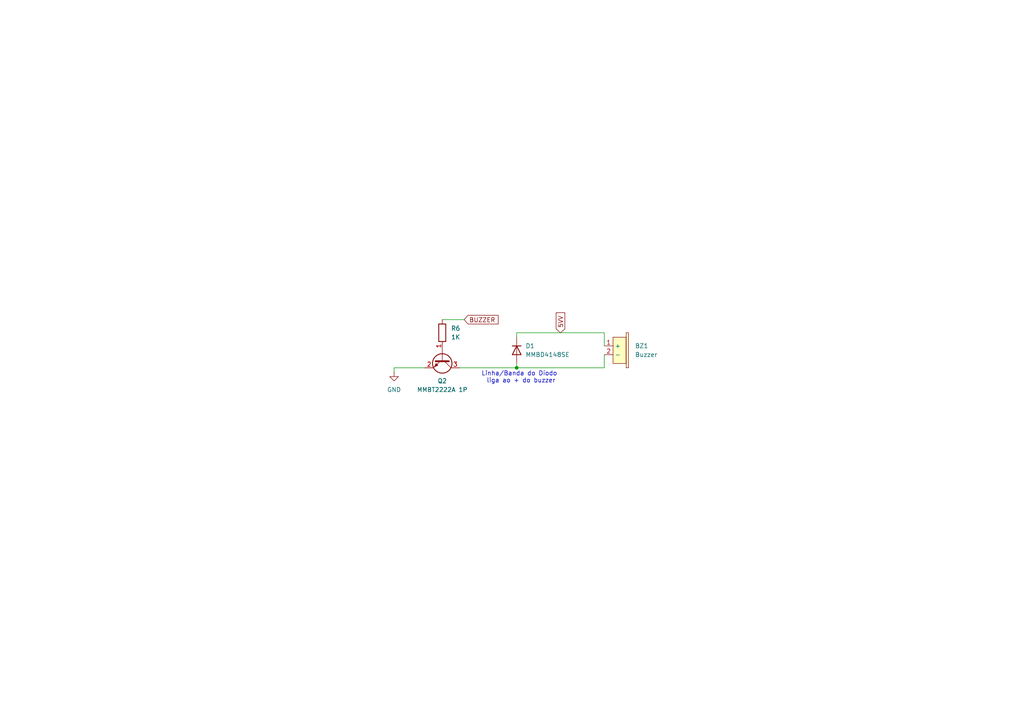
<source format=kicad_sch>
(kicad_sch (version 20250114) (generator "eeschema") (generator_version "9.0")
  (paper "A4")
  (lib_symbols
    (symbol "Device:R" (pin_numbers (hide yes)) (pin_names (offset 0))
      (property "Reference" "R" (at 2.032 0 90))
      (property "Value" "R" (at 0 0 90))
      (symbol "R_0_1"
        (rectangle (start -1.016 -2.54) (end 1.016 2.54) (stroke (width 0.254)))
      )
      (symbol "R_1_1"
        (pin passive line (at 0 3.81 270) (length 1.27) (name "~") (number "1"))
        (pin passive line (at 0 -3.81 90) (length 1.27) (name "~") (number "2"))
      )
    )
    (symbol "Diode:1N4148" (pin_numbers (hide yes)) (pin_names (hide yes))
      (property "Reference" "D" (at 0 2.54 0))
      (property "Value" "1N4148" (at 0 -2.54 0))
      (symbol "1N4148_0_1"
        (polyline (pts (xy -1.27 1.27) (xy -1.27 -1.27)) (stroke (width 0.254)))
        (polyline (pts (xy 1.27 1.27) (xy 1.27 -1.27) (xy -1.27 0) (xy 1.27 1.27)) (stroke (width 0.254)))
        (polyline (pts (xy 1.27 0) (xy -1.27 0)))
      )
      (symbol "1N4148_1_1"
        (pin passive line (at -3.81 0 0) (length 2.54) (name "K") (number "1"))
        (pin passive line (at 3.81 0 180) (length 2.54) (name "A") (number "2"))
      )
    )
    (symbol "PCM_SparkFun-DiscreteSemi:Q_NPN_1A_40V" (pin_names (offset 0) (hide yes))
      (property "Reference" "Q" (at 5.08 1.27 0))
      (property "Value" "MMBT2222A" (at 5.08 -1.27 0))
      (symbol "Q_NPN_1A_40V_0_1"
        (polyline (pts (xy 0.635 1.905) (xy 0.635 -1.905) (xy 0.635 -1.905)) (stroke (width 0.508)))
        (polyline (pts (xy 0.635 0.635) (xy 2.54 2.54)))
        (polyline (pts (xy 0.635 -0.635) (xy 2.54 -2.54) (xy 2.54 -2.54)))
        (polyline (pts (xy 1.27 -1.778) (xy 1.778 -1.27) (xy 2.286 -2.286) (xy 1.27 -1.778) (xy 1.27 -1.778)) (fill (type outline)))
      )
      (symbol "Q_NPN_1A_40V_1_1"
        (polyline (pts (xy -3.81 0) (xy 0.635 0)))
        (circle (center 1.27 0) (radius 2.8194) (stroke (width 0.254)))
        (pin input line (at -3.81 0 0) (length 0) (name "B") (number "1"))
        (pin passive line (at 2.54 5.08 270) (length 2.54) (name "C") (number "3"))
        (pin passive line (at 2.54 -5.08 90) (length 2.54) (name "E") (number "2"))
      )
    )
    (symbol "PCM_SparkFun-Electromechanical:Buzzer_9mm_SMD"
      (property "Reference" "BZ" (at 0 5.08 0))
      (property "Value" "Buzzer" (at 1.27 -6.35 0))
      (symbol "Buzzer_9mm_SMD_1_1"
        (polyline (pts (xy -1.27 3.81) (xy -1.27 -3.81) (xy 2.54 -3.81) (xy 2.54 3.81) (xy -1.27 3.81)) (fill (type background)))
        (rectangle (start 3.219 5.08) (end 2.54 -5.08) (fill (type background)))
        (pin input line (at -3.81 1.27 0) (length 2.54) (name "+") (number "1"))
        (pin input line (at -3.81 -1.27 0) (length 2.54) (name "-") (number "2"))
      )
    )
    (symbol "power:GND" (power) (pin_numbers (hide yes)) (pin_names (offset 0) (hide yes))
      (property "Value" "GND" (at 0 -3.81 0))
      (symbol "GND_0_1"
        (polyline (pts (xy 0 0) (xy 0 -1.27) (xy 1.27 -1.27) (xy 0 -2.54) (xy -1.27 -1.27) (xy 0 -1.27)))
      )
      (symbol "GND_1_1"
        (pin power_in line (at 0 0 270) (length 0) (name "~") (number "1"))
      )
    )
  )
  (text "Linha/Banda do Díodo \nliga ao + do buzzer" (at 151.13 109.474 0) (effects (font (size 1.27 1.27))))
  (junction (at 149.86 106.68))
  (wire (pts (xy 175.26 102.87) (xy 175.26 106.68)))
  (wire (pts (xy 133.35 106.68) (xy 149.86 106.68)))
  (wire (pts (xy 175.26 96.52) (xy 175.26 100.33)))
  (wire (pts (xy 114.3 107.95) (xy 114.3 106.68)))
  (wire (pts (xy 149.86 96.52) (xy 175.26 96.52)))
  (wire (pts (xy 149.86 96.52) (xy 149.86 97.79)))
  (wire (pts (xy 114.3 106.68) (xy 123.19 106.68)))
  (wire (pts (xy 128.27 92.71) (xy 134.62 92.71)))
  (wire (pts (xy 149.86 105.41) (xy 149.86 106.68)))
  (wire (pts (xy 149.86 106.68) (xy 175.26 106.68)))
  (global_label "5VV" (shape input) (at 162.56 96.52 90) (property "Intersheetrefs" "${INTERSHEET_REFS}" (effects (hide yes))))
  (global_label "BUZZER" (shape input) (at 134.62 92.71 0) (property "Intersheetrefs" "${INTERSHEET_REFS}" (effects (hide yes))))
  (symbol (lib_id "Diode:1N4148") (at 149.86 101.6 270) (unit 1)
    (property "Reference" "D1" (at 152.4 100.3299 90) (effects (justify left)))
    (property "Value" "MMBD4148SE" (at 152.4 102.8699 90) (effects (justify left)))
    (property "Footprint" "Package_TO_SOT_SMD:SOT-23" (effects (hide yes)))
    (property "Datasheet" "https://assets.nexperia.com/documents/data-sheet/1N4148_1N4448.pdf" (effects (hide yes)))
    (property "Description" "100V 0.15A standard switching diode, DO-35" (effects (hide yes)))
    (property "Sim.Device" "D" (effects (hide yes)))
    (property "Sim.Pins" "1=K 2=A" (effects (hide yes)))
    (property "LCSC" "C17179590" (effects (hide yes)))
    (property "BASIC" "x" (effects (hide yes)))
  )
  (symbol (lib_id "power:GND") (at 114.3 107.95 0) (unit 1)
    (property "Reference" "#PWR07" (effects (hide yes)))
    (property "Value" "GND" (at 114.3 113.03 0))
    (property "Description" "Power symbol creates a global label with name \"GND\" , ground" (effects (hide yes)))
  )
  (symbol (lib_id "PCM_SparkFun-Electromechanical:Buzzer_9mm_SMD") (at 179.07 101.6 0) (unit 1)
    (property "Reference" "BZ1" (at 184.15 100.3299 0) (effects (justify left)))
    (property "Value" "Buzzer" (at 184.15 102.8699 0) (effects (justify left)))
    (property "Footprint" "Buzzer_Beeper:Buzzer_14x9.5RM7.6" (effects (hide yes)))
    (property "Datasheet" "https://cdn.sparkfun.com/datasheets/Components/General/CCV-084B16-CUI-datasheet-29139.pdf" (effects (hide yes)))
    (property "Description" "9mm SMD Audio Buzzer" (effects (hide yes)))
    (property "PROD_ID" "COMP-08568" (effects (hide yes)))
    (property "LCSC" "C252948" (effects (hide yes)))
    (property "BASIC" "NA" (effects (hide yes)))
  )
  (symbol (lib_id "Device:R") (at 128.27 96.52 180) (unit 1)
    (property "Reference" "R6" (at 130.81 95.2499 0) (effects (justify right)))
    (property "Value" "1K" (at 130.81 97.7899 0) (effects (justify right)))
    (property "Footprint" "Resistor_SMD:R_1206_3216Metric" (effects (hide yes)))
    (property "Description" "Resistor" (effects (hide yes)))
    (property "LCSC" "C4410" (effects (hide yes)))
    (property "BASIC" "x" (effects (hide yes)))
  )
  (symbol (lib_id "PCM_SparkFun-DiscreteSemi:Q_NPN_1A_40V") (at 128.27 104.14 270) (unit 1)
    (property "Reference" "Q2" (at 128.27 110.49 90))
    (property "Value" "MMBT2222A 1P" (at 128.27 113.03 90))
    (property "Footprint" "Package_TO_SOT_SMD:SOT-23" (effects (hide yes)))
    (property "Datasheet" "https://www.onsemi.com/pdf/datasheet/mmbt2222lt1-d.pdf" (effects (hide yes)))
    (property "Description" "NPN transistor, base/emitter/collector" (effects (hide yes)))
    (property "PROD_ID" "TRANS-08049" (effects (hide yes)))
    (property "LCSC" " C8512" (effects (hide yes)))
    (property "BASIC" "x" (effects (hide yes)))
  )
)
</source>
